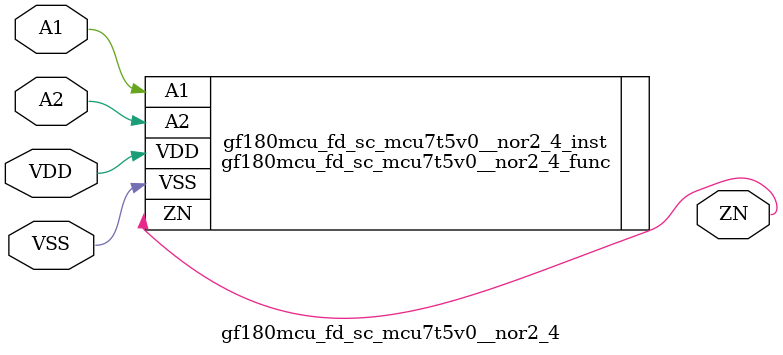
<source format=v>

module gf180mcu_fd_sc_mcu7t5v0__nor2_4( ZN, A2, A1, VDD, VSS );
input A1, A2;
inout VDD, VSS;
output ZN;

   `ifdef FUNCTIONAL  //  functional //

	gf180mcu_fd_sc_mcu7t5v0__nor2_4_func gf180mcu_fd_sc_mcu7t5v0__nor2_4_behav_inst(.ZN(ZN),.A2(A2),.A1(A1),.VDD(VDD),.VSS(VSS));

   `else

	gf180mcu_fd_sc_mcu7t5v0__nor2_4_func gf180mcu_fd_sc_mcu7t5v0__nor2_4_inst(.ZN(ZN),.A2(A2),.A1(A1),.VDD(VDD),.VSS(VSS));

	// spec_gates_begin


	// spec_gates_end



   specify

	// specify_block_begin

	// comb arc A1 --> ZN
	 (A1 => ZN) = (1.0,1.0);

	// comb arc A2 --> ZN
	 (A2 => ZN) = (1.0,1.0);

	// specify_block_end

   endspecify

   `endif

endmodule

</source>
